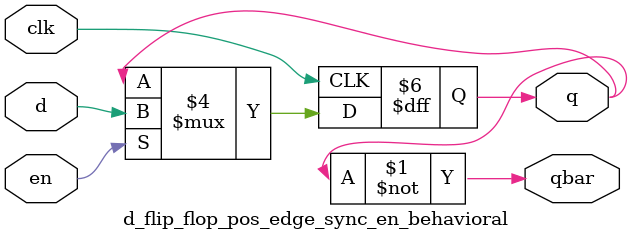
<source format=v>

module d_flip_flop_pos_edge_sync_en_behavioral (
    input       clk,        // Clock
    input       en,         // Enable
    input       d,          // Data
    output reg  q,          // Output
    output      qbar);      //

    assign qbar = ~q;

    // D FLIP-FLOP WITH SYNC ENABLE
    always @ (posedge clk) begin
        if (en) begin
            q <= d;
        end else begin
            q <= q;
        end
    end

endmodule

</source>
